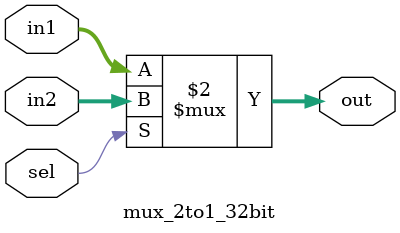
<source format=v>
/*
general purpose mux 32 bit
*/

module mux_2to1_32bit (in1, in2, sel, out);

input [31:0] in1, in2;
input sel;

output reg [31:0] out;

always @ (*) begin
	out <= sel ? in2 : in1;
end

endmodule
</source>
